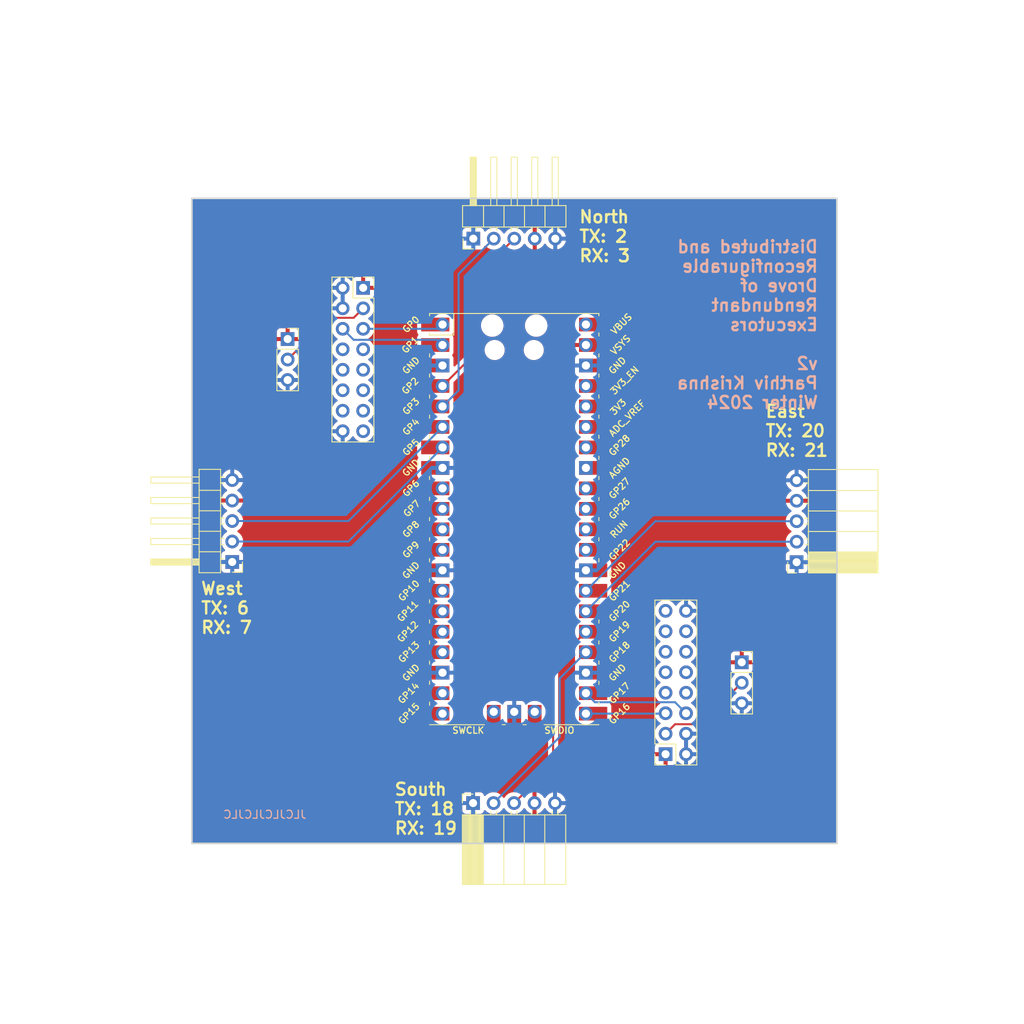
<source format=kicad_pcb>
(kicad_pcb (version 20221018) (generator pcbnew)
  (layers (0 "F.Cu" signal) (31 "B.Cu" signal) (34 "B.Paste" user) (35 "F.Paste" user) (36 "B.SilkS" user "B.Silkscreen") (37 "F.SilkS" user "F.Silkscreen") (38 "B.Mask" user) (39 "F.Mask" user) (44 "Edge.Cuts" user))
  (net 0 "")
  (net 1 "GND")
  (net 2 "/W_RX")
  (net 3 "/W_TX")
  (net 4 "+5V")
  (net 5 "/N_RX")
  (net 6 "/N_TX")
  (net 7 "/S_TX")
  (net 8 "/S_RX")
  (net 9 "/0_TX")
  (net 10 "/0_RX")
  (net 11 "/E_TX")
  (net 12 "/E_RX")
  (net 13 "/1_TX")
  (net 14 "/1_RX")
  (net 15 "/dataclk")
  (net 16 "/data0")
  (net 17 "/data1")
  (net 18 "/data2")
  (net 19 "/data3")
  (net 20 "/data4")
  (net 21 "/data5")
  (net 22 "Net-(J1-Pin_3)")
  (net 32 "Net-(J2-Pin_3)")
  (net 46 "Net-(U3-RUN)")
  (footprint "Connector_PinSocket_2.54mm:PinSocket_2x08_P2.54mm_Vertical" (layer "F.Cu") (at 153.1475 121.3375 180)
    (fp_text reference "J2" hide)
    (fp_text value "Node 1")
    (fp_line (start -3.87 -1.33) (end -3.87 19.11) (stroke (width 0.12)) (layer "F.SilkS"))
    (fp_line (start -3.87 -1.33) (end -1.27 -1.33) (stroke (width 0.12)) (layer "F.SilkS"))
    (fp_line (start -3.87 19.11) (end 1.33 19.11) (stroke (width 0.12)) (layer "F.SilkS"))
    (fp_line (start -1.27 -1.33) (end -1.27 1.27) (stroke (width 0.12)) (layer "F.SilkS"))
    (fp_line (start -1.27 1.27) (end 1.33 1.27) (stroke (width 0.12)) (layer "F.SilkS"))
    (fp_line (start 0 -1.33) (end 1.33 -1.33) (stroke (width 0.12)) (layer "F.SilkS"))
    (fp_line (start 1.33 -1.33) (end 1.33 0) (stroke (width 0.12)) (layer "F.SilkS"))
    (fp_line (start 1.33 1.27) (end 1.33 19.11) (stroke (width 0.12)) (layer "F.SilkS"))
    (pad "1" thru_hole rect (at 0 0 180) (size 1.7 1.7) (drill 1) (layers "*.Cu" "*.Mask") (net 4 "+5V"))
    (pad "2" thru_hole oval (at -2.54 0 180) (size 1.7 1.7) (drill 1) (layers "*.Cu" "*.Mask") (net 1 "GND"))
    (pad "3" thru_hole oval (at 0 2.54 180) (size 1.7 1.7) (drill 1) (layers "*.Cu" "*.Mask") (net 32 "Net-(J2-Pin_3)"))
    (pad "4" thru_hole oval (at -2.54 2.54 180) (size 1.7 1.7) (drill 1) (layers "*.Cu" "*.Mask") (net 1 "GND"))
    (pad "5" thru_hole oval (at 0 5.08 180) (size 1.7 1.7) (drill 1) (layers "*.Cu" "*.Mask") (net 13 "/1_TX"))
    (pad "6" thru_hole oval (at -2.54 5.08 180) (size 1.7 1.7) (drill 1) (layers "*.Cu" "*.Mask") (net 14 "/1_RX"))
    (pad "7" thru_hole oval (at 0 7.62 180) (size 1.7 1.7) (drill 1) (layers "*.Cu" "*.Mask"))
    (pad "8" thru_hole oval (at -2.54 7.62 180) (size 1.7 1.7) (drill 1) (layers "*.Cu" "*.Mask"))
    (pad "9" thru_hole oval (at 0 10.16 180) (size 1.7 1.7) (drill 1) (layers "*.Cu" "*.Mask"))
    (pad "10" thru_hole oval (at -2.54 10.16 180) (size 1.7 1.7) (drill 1) (layers "*.Cu" "*.Mask"))
    (pad "11" thru_hole oval (at 0 12.7 180) (size 1.7 1.7) (drill 1) (layers "*.Cu" "*.Mask"))
    (pad "12" thru_hole oval (at -2.54 12.7 180) (size 1.7 1.7) (drill 1) (layers "*.Cu" "*.Mask"))
    (pad "13" thru_hole oval (at 0 15.24 180) (size 1.7 1.7) (drill 1) (layers "*.Cu" "*.Mask"))
    (pad "14" thru_hole oval (at -2.54 15.24 180) (size 1.7 1.7) (drill 1) (layers "*.Cu" "*.Mask"))
    (pad "15" thru_hole oval (at 0 17.78 180) (size 1.7 1.7) (drill 1) (layers "*.Cu" "*.Mask"))
    (pad "16" thru_hole oval (at -2.54 17.78 180) (size 1.7 1.7) (drill 1) (layers "*.Cu" "*.Mask") (net 1 "GND"))
  )
  (footprint "Connector_PinHeader_2.54mm:PinHeader_1x05_P2.54mm_Horizontal" (layer "F.Cu") (at 99.4 97.5 180)
    (fp_text reference "J6" hide)
    (fp_text value "West" hide)
    (fp_line (start -1.27 -1.27) (end 0 -1.27) (stroke (width 0.12)) (layer "F.SilkS"))
    (fp_line (start -1.27 0) (end -1.27 -1.27) (stroke (width 0.12)) (layer "F.SilkS"))
    (fp_line (start 1.042929 2.16) (end 1.44 2.16) (stroke (width 0.12)) (layer "F.SilkS"))
    (fp_line (start 1.042929 2.92) (end 1.44 2.92) (stroke (width 0.12)) (layer "F.SilkS"))
    (fp_line (start 1.042929 4.7) (end 1.44 4.7) (stroke (width 0.12)) (layer "F.SilkS"))
    (fp_line (start 1.042929 5.46) (end 1.44 5.46) (stroke (width 0.12)) (layer "F.SilkS"))
    (fp_line (start 1.042929 7.24) (end 1.44 7.24) (stroke (width 0.12)) (layer "F.SilkS"))
    (fp_line (start 1.042929 8) (end 1.44 8) (stroke (width 0.12)) (layer "F.SilkS"))
    (fp_line (start 1.042929 9.78) (end 1.44 9.78) (stroke (width 0.12)) (layer "F.SilkS"))
    (fp_line (start 1.042929 10.54) (end 1.44 10.54) (stroke (width 0.12)) (layer "F.SilkS"))
    (fp_line (start 1.11 -0.38) (end 1.44 -0.38) (stroke (width 0.12)) (layer "F.SilkS"))
    (fp_line (start 1.11 0.38) (end 1.44 0.38) (stroke (width 0.12)) (layer "F.SilkS"))
    (fp_line (start 1.44 -1.33) (end 1.44 11.49) (stroke (width 0.12)) (layer "F.SilkS"))
    (fp_line (start 1.44 1.27) (end 4.1 1.27) (stroke (width 0.12)) (layer "F.SilkS"))
    (fp_line (start 1.44 3.81) (end 4.1 3.81) (stroke (width 0.12)) (layer "F.SilkS"))
    (fp_line (start 1.44 6.35) (end 4.1 6.35) (stroke (width 0.12)) (layer "F.SilkS"))
    (fp_line (start 1.44 8.89) (end 4.1 8.89) (stroke (width 0.12)) (layer "F.SilkS"))
    (fp_line (start 1.44 11.49) (end 4.1 11.49) (stroke (width 0.12)) (layer "F.SilkS"))
    (fp_line (start 4.1 -1.33) (end 1.44 -1.33) (stroke (width 0.12)) (layer "F.SilkS"))
    (fp_line (start 4.1 -0.38) (end 10.1 -0.38) (stroke (width 0.12)) (layer "F.SilkS"))
    (fp_line (start 4.1 -0.32) (end 10.1 -0.32) (stroke (width 0.12)) (layer "F.SilkS"))
    (fp_line (start 4.1 -0.2) (end 10.1 -0.2) (stroke (width 0.12)) (layer "F.SilkS"))
    (fp_line (start 4.1 -0.08) (end 10.1 -0.08) (stroke (width 0.12)) (layer "F.SilkS"))
    (fp_line (start 4.1 0.04) (end 10.1 0.04) (stroke (width 0.12)) (layer "F.SilkS"))
    (fp_line (start 4.1 0.16) (end 10.1 0.16) (stroke (width 0.12)) (layer "F.SilkS"))
    (fp_line (start 4.1 0.28) (end 10.1 0.28) (stroke (width 0.12)) (layer "F.SilkS"))
    (fp_line (start 4.1 2.16) (end 10.1 2.16) (stroke (width 0.12)) (layer "F.SilkS"))
    (fp_line (start 4.1 4.7) (end 10.1 4.7) (stroke (width 0.12)) (layer "F.SilkS"))
    (fp_line (start 4.1 7.24) (end 10.1 7.24) (stroke (width 0.12)) (layer "F.SilkS"))
    (fp_line (start 4.1 9.78) (end 10.1 9.78) (stroke (width 0.12)) (layer "F.SilkS"))
    (fp_line (start 4.1 11.49) (end 4.1 -1.33) (stroke (width 0.12)) (layer "F.SilkS"))
    (fp_line (start 10.1 -0.38) (end 10.1 0.38) (stroke (width 0.12)) (layer "F.SilkS"))
    (fp_line (start 10.1 0.38) (end 4.1 0.38) (stroke (width 0.12)) (layer "F.SilkS"))
    (fp_line (start 10.1 2.16) (end 10.1 2.92) (stroke (width 0.12)) (layer "F.SilkS"))
    (fp_line (start 10.1 2.92) (end 4.1 2.92) (stroke (width 0.12)) (layer "F.SilkS"))
    (fp_line (start 10.1 4.7) (end 10.1 5.46) (stroke (width 0.12)) (layer "F.SilkS"))
    (fp_line (start 10.1 5.46) (end 4.1 5.46) (stroke (width 0.12)) (layer "F.SilkS"))
    (fp_line (start 10.1 7.24) (end 10.1 8) (stroke (width 0.12)) (layer "F.SilkS"))
    (fp_line (start 10.1 8) (end 4.1 8) (stroke (width 0.12)) (layer "F.SilkS"))
    (fp_line (start 10.1 9.78) (end 10.1 10.54) (stroke (width 0.12)) (layer "F.SilkS"))
    (fp_line (start 10.1 10.54) (end 4.1 10.54) (stroke (width 0.12)) (layer "F.SilkS"))
    (pad "1" thru_hole rect (at 0 0 180) (size 1.7 1.7) (drill 1) (layers "*.Cu" "*.Mask") (net 1 "GND"))
    (pad "2" thru_hole oval (at 0 2.54 180) (size 1.7 1.7) (drill 1) (layers "*.Cu" "*.Mask") (net 2 "/W_RX"))
    (pad "3" thru_hole oval (at 0 5.08 180) (size 1.7 1.7) (drill 1) (layers "*.Cu" "*.Mask") (net 3 "/W_TX"))
    (pad "4" thru_hole oval (at 0 7.62 180) (size 1.7 1.7) (drill 1) (layers "*.Cu" "*.Mask") (net 4 "+5V"))
    (pad "5" thru_hole oval (at 0 10.16 180) (size 1.7 1.7) (drill 1) (layers "*.Cu" "*.Mask") (net 1 "GND"))
  )
  (footprint "RPi-Pico:RPi_Pico_SMD_TH" (layer "F.Cu") (at 134.375 92.18)
    (fp_text reference "U3" hide)
    (fp_text value "Pico")
    (fp_text user "GP10" (at -13.054 8.89 45) (layer "F.SilkS") (effects (font (size 0.8 0.8))))
    (fp_text user "GP8" (at -12.8 1.27 45) (layer "F.SilkS") (effects (font (size 0.8 0.8))))
    (fp_text user "GND" (at 12.8 6.35 45) (layer "F.SilkS") (effects (font (size 0.8 0.8))))
    (fp_text user "3V3" (at 12.9 -13.9 45) (layer "F.SilkS") (effects (font (size 0.8 0.8))))
    (fp_text user "GND" (at 12.8 -19.05 45) (layer "F.SilkS") (effects (font (size 0.8 0.8))))
    (fp_text user "GP19" (at 13.054 13.97 45) (layer "F.SilkS") (effects (font (size 0.8 0.8))))
    (fp_text user "GP9" (at -12.8 3.81 45) (layer "F.SilkS") (effects (font (size 0.8 0.8))))
    (fp_text user "GP1" (at -12.9 -21.6 45) (layer "F.SilkS") (effects (font (size 0.8 0.8))))
    (fp_text user "GP16" (at 13.054 24.13 45) (layer "F.SilkS") (effects (font (size 0.8 0.8))))
    (fp_text user "GP26" (at 13.054 -1.27 45) (layer "F.SilkS") (effects (font (size 0.8 0.8))))
    (fp_text user "GP4" (at -12.8 -11.43 45) (layer "F.SilkS") (effects (font (size 0.8 0.8))))
    (fp_text user "AGND" (at 13.054 -6.35 45) (layer "F.SilkS") (effects (font (size 0.8 0.8))))
    (fp_text user "GP0" (at -12.8 -24.13 45) (layer "F.SilkS") (effects (font (size 0.8 0.8))))
    (fp_text user "GP14" (at -13.1 21.59 45) (layer "F.SilkS") (effects (font (size 0.8 0.8))))
    (fp_text user "GP11" (at -13.2 11.43 45) (layer "F.SilkS") (effects (font (size 0.8 0.8))))
    (fp_text user "GND" (at -12.8 6.35 45) (layer "F.SilkS") (effects (font (size 0.8 0.8))))
    (fp_text user "RUN" (at 13 1.27 45) (layer "F.SilkS") (effects (font (size 0.8 0.8))))
    (fp_text user "SWDIO" (at 5.6 26.2) (layer "F.SilkS") (effects (font (size 0.8 0.8))))
    (fp_text user "GP15" (at -13.054 24.13 45) (layer "F.SilkS") (effects (font (size 0.8 0.8))))
    (fp_text user "SWCLK" (at -5.7 26.2) (layer "F.SilkS") (effects (font (size 0.8 0.8))))
    (fp_text user "GP22" (at 13.054 3.81 45) (layer "F.SilkS") (effects (font (size 0.8 0.8))))
    (fp_text user "GP18" (at 13.054 16.51 45) (layer "F.SilkS") (effects (font (size 0.8 0.8))))
    (fp_text user "GP17" (at 13.054 21.59 45) (layer "F.SilkS") (effects (font (size 0.8 0.8))))
    (fp_text user "GP3" (at -12.8 -13.97 45) (layer "F.SilkS") (effects (font (size 0.8 0.8))))
    (fp_text user "GP27" (at 13.054 -3.8 45) (layer "F.SilkS") (effects (font (size 0.8 0.8))))
    (fp_text user "ADC_VREF" (at 14 -12.5 45) (layer "F.SilkS") (effects (font (size 0.8 0.8))))
    (fp_text user "GP21" (at 13.054 8.9 45) (layer "F.SilkS") (effects (font (size 0.8 0.8))))
    (fp_text user "GP13" (at -13.054 16.51 45) (layer "F.SilkS") (effects (font (size 0.8 0.8))))
    (fp_text user "VSYS" (at 13.2 -21.59 45) (layer "F.SilkS") (effects (font (size 0.8 0.8))))
    (fp_text user "GND" (at 12.8 19.05 45) (layer "F.SilkS") (effects (font (size 0.8 0.8))))
    (fp_text user "GP7" (at -12.7 -1.3 45) (layer "F.SilkS") (effects (font (size 0.8 0.8))))
    (fp_text user "GP5" (at -12.8 -8.89 45) (layer "F.SilkS") (effects (font (size 0.8 0.8))))
    (fp_text user "GND" (at -12.8 19.05 45) (layer "F.SilkS") (effects (font (size 0.8 0.8))))
    (fp_text user "GP12" (at -13.2 13.97 45) (layer "F.SilkS") (effects (font (size 0.8 0.8))))
    (fp_text user "GP20" (at 13.054 11.43 45) (layer "F.SilkS") (effects (font (size 0.8 0.8))))
    (fp_text user "GND" (at -12.8 -19.05 45) (layer "F.SilkS") (effects (font (size 0.8 0.8))))
    (fp_text user "GP6" (at -12.8 -3.81 45) (layer "F.SilkS") (effects (font (size 0.8 0.8))))
    (fp_text user "GND" (at -12.8 -6.35 45) (layer "F.SilkS") (effects (font (size 0.8 0.8))))
    (fp_text user "GP28" (at 13.054 -9.144 45) (layer "F.SilkS") (effects (font (size 0.8 0.8))))
    (fp_text user "3V3_EN" (at 13.7 -17.2 45) (layer "F.SilkS") (effects (font (size 0.8 0.8))))
    (fp_text user "VBUS" (at 13.3 -24.2 45) (layer "F.SilkS") (effects (font (size 0.8 0.8))))
    (fp_text user "GP2" (at -12.9 -16.51 45) (layer "F.SilkS") (effects (font (size 0.8 0.8))))
    (fp_line (start -10.5 -25.5) (end -10.5 -25.2) (stroke (width 0.12)) (layer "F.SilkS"))
    (fp_line (start -10.5 -25.5) (end 10.5 -25.5) (stroke (width 0.12)) (layer "F.SilkS"))
    (fp_line (start -10.5 -23.1) (end -10.5 -22.7) (stroke (width 0.12)) (layer "F.SilkS"))
    (fp_line (start -10.5 -22.833) (end -7.493 -22.833) (stroke (width 0.12)) (layer "F.SilkS"))
    (fp_line (start -10.5 -20.5) (end -10.5 -20.1) (stroke (width 0.12)) (layer "F.SilkS"))
    (fp_line (start -10.5 -18) (end -10.5 -17.6) (stroke (width 0.12)) (layer "F.SilkS"))
    (fp_line (start -10.5 -15.4) (end -10.5 -15) (stroke (width 0.12)) (layer "F.SilkS"))
    (fp_line (start -10.5 -12.9) (end -10.5 -12.5) (stroke (width 0.12)) (layer "F.SilkS"))
    (fp_line (start -10.5 -10.4) (end -10.5 -10) (stroke (width 0.12)) (layer "F.SilkS"))
    (fp_line (start -10.5 -7.8) (end -10.5 -7.4) (stroke (width 0.12)) (layer "F.SilkS"))
    (fp_line (start -10.5 -5.3) (end -10.5 -4.9) (stroke (width 0.12)) (layer "F.SilkS"))
    (fp_line (start -10.5 -2.7) (end -10.5 -2.3) (stroke (width 0.12)) (layer "F.SilkS"))
    (fp_line (start -10.5 -0.2) (end -10.5 0.2) (stroke (width 0.12)) (layer "F.SilkS"))
    (fp_line (start -10.5 2.3) (end -10.5 2.7) (stroke (width 0.12)) (layer "F.SilkS"))
    (fp_line (start -10.5 4.9) (end -10.5 5.3) (stroke (width 0.12)) (layer "F.SilkS"))
    (fp_line (start -10.5 7.4) (end -10.5 7.8) (stroke (width 0.12)) (layer "F.SilkS"))
    (fp_line (start -10.5 10) (end -10.5 10.4) (stroke (width 0.12)) (layer "F.SilkS"))
    (fp_line (start -10.5 12.5) (end -10.5 12.9) (stroke (width 0.12)) (layer "F.SilkS"))
    (fp_line (start -10.5 15.1) (end -10.5 15.5) (stroke (width 0.12)) (layer "F.SilkS"))
    (fp_line (start -10.5 17.6) (end -10.5 18) (stroke (width 0.12)) (layer "F.SilkS"))
    (fp_line (start -10.5 20.1) (end -10.5 20.5) (stroke (width 0.12)) (layer "F.SilkS"))
    (fp_line (start -10.5 22.7) (end -10.5 23.1) (stroke (width 0.12)) (layer "F.SilkS"))
    (fp_line (start -7.493 -22.833) (end -7.493 -25.5) (stroke (width 0.12)) (layer "F.SilkS"))
    (fp_line (start -3.7 25.5) (end -10.5 25.5) (stroke (width 0.12)) (layer "F.SilkS"))
    (fp_line (start -1.5 25.5) (end -1.1 25.5) (stroke (width 0.12)) (layer "F.SilkS"))
    (fp_line (start 1.1 25.5) (end 1.5 25.5) (stroke (width 0.12)) (layer "F.SilkS"))
    (fp_line (start 10.5 -25.5) (end 10.5 -25.2) (stroke (width 0.12)) (layer "F.SilkS"))
    (fp_line (start 10.5 -23.1) (end 10.5 -22.7) (stroke (width 0.12)) (layer "F.SilkS"))
    (fp_line (start 10.5 -20.5) (end 10.5 -20.1) (stroke (width 0.12)) (layer "F.SilkS"))
    (fp_line (start 10.5 -18) (end 10.5 -17.6) (stroke (width 0.12)) (layer "F.SilkS"))
    (fp_line (start 10.5 -15.4) (end 10.5 -15) (stroke (width 0.12)) (layer "F.SilkS"))
    (fp_line (start 10.5 -12.9) (end 10.5 -12.5) (stroke (width 0.12)) (layer "F.SilkS"))
    (fp_line (start 10.5 -10.4) (end 10.5 -10) (stroke (width 0.12)) (layer "F.SilkS"))
    (fp_line (start 10.5 -7.8) (end 10.5 -7.4) (stroke (width 0.12)) (layer "F.SilkS"))
    (fp_line (start 10.5 -5.3) (end 10.5 -4.9) (stroke (width 0.12)) (layer "F.SilkS"))
    (fp_line (start 10.5 -2.7) (end 10.5 -2.3) (stroke (width 0.12)) (layer "F.SilkS"))
    (fp_line (start 10.5 -0.2) (end 10.5 0.2) (stroke (width 0.12)) (layer "F.SilkS"))
    (fp_line (start 10.5 2.3) (end 10.5 2.7) (stroke (width 0.12)) (layer "F.SilkS"))
    (fp_line (start 10.5 4.9) (end 10.5 5.3) (stroke (width 0.12)) (layer "F.SilkS"))
    (fp_line (start 10.5 7.4) (end 10.5 7.8) (stroke (width 0.12)) (layer "F.SilkS"))
    (fp_line (start 10.5 10) (end 10.5 10.4) (stroke (width 0.12)) (layer "F.SilkS"))
    (fp_line (start 10.5 12.5) (end 10.5 12.9) (stroke (width 0.12)) (layer "F.SilkS"))
    (fp_line (start 10.5 15.1) (end 10.5 15.5) (stroke (width 0.12)) (layer "F.SilkS"))
    (fp_line (start 10.5 17.6) (end 10.5 18) (stroke (width 0.12)) (layer "F.SilkS"))
    (fp_line (start 10.5 20.1) (end 10.5 20.5) (stroke (width 0.12)) (layer "F.SilkS"))
    (fp_line (start 10.5 22.7) (end 10.5 23.1) (stroke (width 0.12)) (layer "F.SilkS"))
    (fp_line (start 10.5 25.5) (end 3.7 25.5) (stroke (width 0.12)) (layer "F.SilkS"))
    (pad "" np_thru_hole oval (at -2.725 -24) (size 1.8 1.8) (drill 1.8) (layers "*.Cu" "*.Mask"))
    (pad "" np_thru_hole oval (at -2.425 -20.97) (size 1.5 1.5) (drill 1.5) (layers "*.Cu" "*.Mask"))
    (pad "" np_thru_hole oval (at 2.425 -20.97) (size 1.5 1.5) (drill 1.5) (layers "*.Cu" "*.Mask"))
    (pad "" np_thru_hole oval (at 2.725 -24) (size 1.8 1.8) (drill 1.8) (layers "*.Cu" "*.Mask"))
    (pad "1" thru_hole oval (at -8.89 -24.13) (size 1.7 1.7) (drill 1.02) (layers "*.Cu" "*.Mask") (net 9 "/0_TX"))
    (pad "1" smd rect (at -8.89 -24.13) (size 3.5 1.7) (drill (offset -0.9 0)) (layers "F.Cu" "F.Mask") (net 9 "/0_TX"))
    (pad "2" thru_hole oval (at -8.89 -21.59) (size 1.7 1.7) (drill 1.02) (layers "*.Cu" "*.Mask") (net 10 "/0_RX"))
    (pad "2" smd rect (at -8.89 -21.59) (size 3.5 1.7) (drill (offset -0.9 0)) (layers "F.Cu" "F.Mask") (net 10 "/0_RX"))
    (pad "3" thru_hole rect (at -8.89 -19.05) (size 1.7 1.7) (drill 1.02) (layers "*.Cu" "*.Mask") (net 1 "GND"))
    (pad "3" smd rect (at -8.89 -19.05) (size 3.5 1.7) (drill (offset -0.9 0)) (layers "F.Cu" "F.Mask") (net 1 "GND"))
    (pad "4" thru_hole oval (at -8.89 -16.51) (size 1.7 1.7) (drill 1.02) (layers "*.Cu" "*.Mask") (net 6 "/N_TX"))
    (pad "4" smd rect (at -8.89 -16.51) (size 3.5 1.7) (drill (offset -0.9 0)) (layers "F.Cu" "F.Mask") (net 6 "/N_TX"))
    (pad "5" thru_hole oval (at -8.89 -13.97) (size 1.7 1.7) (drill 1.02) (layers "*.Cu" "*.Mask") (net 5 "/N_RX"))
    (pad "5" smd rect (at -8.89 -13.97) (size 3.5 1.7) (drill (offset -0.9 0)) (layers "F.Cu" "F.Mask") (net 5 "/N_RX"))
    (pad "6" thru_hole oval (at -8.89 -11.43) (size 1.7 1.7) (drill 1.02) (layers "*.Cu" "*.Mask") (net 3 "/W_TX"))
    (pad "6" smd rect (at -8.89 -11.43) (size 3.5 1.7) (drill (offset -0.9 0)) (layers "F.Cu" "F.Mask") (net 3 "/W_TX"))
    (pad "7" thru_hole oval (at -8.89 -8.89) (size 1.7 1.7) (drill 1.02) (layers "*.Cu" "*.Mask") (net 2 "/W_RX"))
    (pad "7" smd rect (at -8.89 -8.89) (size 3.5 1.7) (drill (offset -0.9 0)) (layers "F.Cu" "F.Mask") (net 2 "/W_RX"))
    (pad "8" thru_hole rect (at -8.89 -6.35) (size 1.7 1.7) (drill 1.02) (layers "*.Cu" "*.Mask") (net 1 "GND"))
    (pad "8" smd rect (at -8.89 -6.35) (size 3.5 1.7) (drill (offset -0.9 0)) (layers "F.Cu" "F.Mask") (net 1 "GND"))
    (pad "9" thru_hole oval (at -8.89 -3.81) (size 1.7 1.7) (drill 1.02) (layers "*.Cu" "*.Mask") (net 15 "/dataclk"))
    (pad "9" smd rect (at -8.89 -3.81) (size 3.5 1.7) (drill (offset -0.9 0)) (layers "F.Cu" "F.Mask") (net 15 "/dataclk"))
    (pad "10" thru_hole oval (at -8.89 -1.27) (size 1.7 1.7) (drill 1.02) (layers "*.Cu" "*.Mask"))
    (pad "10" smd rect (at -8.89 -1.27) (size 3.5 1.7) (drill (offset -0.9 0)) (layers "F.Cu" "F.Mask"))
    (pad "11" thru_hole oval (at -8.89 1.27) (size 1.7 1.7) (drill 1.02) (layers "*.Cu" "*.Mask"))
    (pad "11" smd rect (at -8.89 1.27) (size 3.5 1.7) (drill (offset -0.9 0)) (layers "F.Cu" "F.Mask"))
    (pad "12" thru_hole oval (at -8.89 3.81) (size 1.7 1.7) (drill 1.02) (layers "*.Cu" "*.Mask"))
    (pad "12" smd rect (at -8.89 3.81) (size 3.5 1.7) (drill (offset -0.9 0)) (layers "F.Cu" "F.Mask"))
    (pad "13" thru_hole rect (at -8.89 6.35) (size 1.7 1.7) (drill 1.02) (layers "*.Cu" "*.Mask") (net 1 "GND"))
    (pad "13" smd rect (at -8.89 6.35) (size 3.5 1.7) (drill (offset -0.9 0)) (layers "F.Cu" "F.Mask") (net 1 "GND"))
    (pad "14" thru_hole oval (at -8.89 8.89) (size 1.7 1.7) (drill 1.02) (layers "*.Cu" "*.Mask") (net 16 "/data0"))
    (pad "14" smd rect (at -8.89 8.89) (size 3.5 1.7) (drill (offset -0.9 0)) (layers "F.Cu" "F.Mask") (net 16 "/data0"))
    (pad "15" thru_hole oval (at -8.89 11.43) (size 1.7 1.7) (drill 1.02) (layers "*.Cu" "*.Mask") (net 17 "/data1"))
    (pad "15" smd rect (at -8.89 11.43) (size 3.5 1.7) (drill (offset -0.9 0)) (layers "F.Cu" "F.Mask") (net 17 "/data1"))
    (pad "16" thru_hole oval (at -8.89 13.97) (size 1.7 1.7) (drill 1.02) (layers "*.Cu" "*.Mask") (net 18 "/data2"))
    (pad "16" smd rect (at -8.89 13.97) (size 3.5 1.7) (drill (offset -0.9 0)) (layers "F.Cu" "F.Mask") (net 18 "/data2"))
    (pad "17" thru_hole oval (at -8.89 16.51) (size 1.7 1.7) (drill 1.02) (layers "*.Cu" "*.Mask") (net 19 "/data3"))
    (pad "17" smd rect (at -8.89 16.51) (size 3.5 1.7) (drill (offset -0.9 0)) (layers "F.Cu" "F.Mask") (net 19 "/data3"))
    (pad "18" thru_hole rect (at -8.89 19.05) (size 1.7 1.7) (drill 1.02) (layers "*.Cu" "*.Mask") (net 1 "GND"))
    (pad "18" smd rect (at -8.89 19.05) (size 3.5 1.7) (drill (offset -0.9 0)) (layers "F.Cu" "F.Mask") (net 1 "GND"))
    (pad "19" thru_hole oval (at -8.89 21.59) (size 1.7 1.7) (drill 1.02) (layers "*.Cu" "*.Mask") (net 20 "/data4"))
    (pad "19" smd rect (at -8.89 21.59) (size 3.5 1.7) (drill (offset -0.9 0)) (layers "F.Cu" "F.Mask") (net 20 "/data4"))
    (pad "20" thru_hole oval (at -8.89 24.13) (size 1.7 1.7) (drill 1.02) (layers "*.Cu" "*.Mask") (net 21 "/data5"))
    (pad "20" smd rect (at -8.89 24.13) (size 3.5 1.7) (drill (offset -0.9 0)) (layers "F.Cu" "F.Mask") (net 21 "/data5"))
    (pad "21" thru_hole oval (at 8.89 24.13) (size 1.7 1.7) (drill 1.02) (layers "*.Cu" "*.Mask") (net 13 "/1_TX"))
    (pad "21" smd rect (at 8.89 24.13) (size 3.5 1.7) (drill (offset 0.9 0)) (layers "F.Cu" "F.Mask") (net 13 "/1_TX"))
    (pad "22" thru_hole oval (at 8.89 21.59) (size 1.7 1.7) (drill 1.02) (layers "*.Cu" "*.Mask") (net 14 "/1_RX"))
    (pad "22" smd rect (at 8.89 21.59) (size 3.5 1.7) (drill (offset 0.9 0)) (layers "F.Cu" "F.Mask") (net 14 "/1_RX"))
    (pad "23" thru_hole rect (at 8.89 19.05) (size 1.7 1.7) (drill 1.02) (layers "*.Cu" "*.Mask") (net 1 "GND"))
    (pad "23" smd rect (at 8.89 19.05) (size 3.5 1.7) (drill (offset 0.9 0)) (layers "F.Cu" "F.Mask") (net 1 "GND"))
    (pad "24" thru_hole oval (at 8.89 16.51) (size 1.7 1.7) (drill 1.02) (layers "*.Cu" "*.Mask") (net 7 "/S_TX"))
    (pad "24" smd rect (at 8.89 16.51) (size 3.5 1.7) (drill (offset 0.9 0)) (layers "F.Cu" "F.Mask") (net 7 "/S_TX"))
    (pad "25" thru_hole oval (at 8.89 13.97) (size 1.7 1.7) (drill 1.02) (layers "*.Cu" "*.Mask") (net 8 "/S_RX"))
    (pad "25" smd rect (at 8.89 13.97) (size 3.5 1.7) (drill (offset 0.9 0)) (layers "F.Cu" "F.Mask") (net 8 "/S_RX"))
    (pad "26" thru_hole oval (at 8.89 11.43) (size 1.7 1.7) (drill 1.02) (layers "*.Cu" "*.Mask") (net 11 "/E_TX"))
    (pad "26" smd rect (at 8.89 11.43) (size 3.5 1.7) (drill (offset 0.9 0)) (layers "F.Cu" "F.Mask") (net 11 "/E_TX"))
    (pad "27" thru_hole oval (at 8.89 8.89) (size 1.7 1.7) (drill 1.02) (layers "*.Cu" "*.Mask") (net 12 "/E_RX"))
    (pad "27" smd rect (at 8.89 8.89) (size 3.5 1.7) (drill (offset 0.9 0)) (layers "F.Cu" "F.Mask") (net 12 "/E_RX"))
    (pad "28" thru_hole rect (at 8.89 6.35) (size 1.7 1.7) (drill 1.02) (layers "*.Cu" "*.Mask") (net 1 "GND"))
    (pad "28" smd rect (at 8.89 6.35) (size 3.5 1.7) (drill (offset 0.9 0)) (layers "F.Cu" "F.Mask") (net 1 "GND"))
    (pad "29" thru_hole oval (at 8.89 3.81) (size 1.7 1.7) (drill 1.02) (layers "*.Cu" "*.Mask"))
    (pad "29" smd rect (at 8.89 3.81) (size 3.5 1.7) (drill (offset 0.9 0)) (layers "F.Cu" "F.Mask"))
    (pad "30" thru_hole oval (at 8.89 1.27) (size 1.7 1.7) (drill 1.02) (layers "*.Cu" "*.Mask") (net 46 "Net-(U3-RUN)"))
    (pad "30" smd rect (at 8.89 1.27) (size 3.5 1.7) (drill (offset 0.9 0)) (layers "F.Cu" "F.Mask") (net 46 "Net-(U3-RUN)"))
    (pad "31" thru_hole oval (at 8.89 -1.27) (size 1.7 1.7) (drill 1.02) (layers "*.Cu" "*.Mask"))
    (pad "31" smd rect (at 8.89 -1.27) (size 3.5 1.7) (drill (offset 0.9 0)) (layers "F.Cu" "F.Mask"))
    (pad "32" thru_hole oval (at 8.89 -3.81) (size 1.7 1.7) (drill 1.02) (layers "*.Cu" "*.Mask"))
    (pad "32" smd rect (at 8.89 -3.81) (size 3.5 1.7) (drill (offset 0.9 0)) (layers "F.Cu" "F.Mask"))
    (pad "33" thru_hole rect (at 8.89 -6.35) (size 1.7 1.7) (drill 1.02) (layers "*.Cu" "*.Mask"))
    (pad "33" smd rect (at 8.89 -6.35) (size 3.5 1.7) (drill (offset 0.9 0)) (layers "F.Cu" "F.Mask"))
    (pad "34" thru_hole oval (at 8.89 -8.89) (size 1.7 1.7) (drill 1.02) (layers "*.Cu" "*.Mask"))
    (pad "34" smd rect (at 8.89 -8.89) (size 3.5 1.7) (drill (offset 0.9 0)) (layers "F.Cu" "F.Mask"))
    (pad "35" thru_hole oval (at 8.89 -11.43) (size 1.7 1.7) (drill 1.02) (layers "*.Cu" "*.Mask"))
    (pad "35" smd rect (at 8.89 -11.43) (size 3.5 1.7) (drill (offset 0.9 0)) (layers "F.Cu" "F.Mask"))
    (pad "36" thru_hole oval (at 8.89 -13.97) (size 1.7 1.7) (drill 1.02) (layers "*.Cu" "*.Mask"))
    (pad "36" smd rect (at 8.89 -13.97) (size 3.5 1.7) (drill (offset 0.9 0)) (layers "F.Cu" "F.Mask"))
    (pad "37" thru_hole oval (at 8.89 -16.51) (size 1.7 1.7) (drill 1.02) (layers "*.Cu" "*.Mask"))
    (pad "37" smd rect (at 8.89 -16.51) (size 3.5 1.7) (drill (offset 0.9 0)) (layers "F.Cu" "F.Mask"))
    (pad "38" thru_hole rect (at 8.89 -19.05) (size 1.7 1.7) (drill 1.02) (layers "*.Cu" "*.Mask") (net 1 "GND"))
    (pad "38" smd rect (at 8.89 -19.05) (size 3.5 1.7) (drill (offset 0.9 0)) (layers "F.Cu" "F.Mask") (net 1 "GND"))
    (pad "39" thru_hole oval (at 8.89 -21.59) (size 1.7 1.7) (drill 1.02) (layers "*.Cu" "*.Mask") (net 4 "+5V"))
    (pad "39" smd rect (at 8.89 -21.59) (size 3.5 1.7) (drill (offset 0.9 0)) (layers "F.Cu" "F.Mask") (net 4 "+5V"))
    (pad "40" thru_hole oval (at 8.89 -24.13) (size 1.7 1.7) (drill 1.02) (layers "*.Cu" "*.Mask"))
    (pad "40" smd rect (at 8.89 -24.13) (size 3.5 1.7) (drill (offset 0.9 0)) (layers "F.Cu" "F.Mask"))
    (pad "41" thru_hole oval (at -2.54 23.9) (size 1.7 1.7) (drill 1.02) (layers "*.Cu" "*.Mask"))
    (pad "41" smd rect (at -2.54 23.9 90) (size 3.5 1.7) (drill (offset -0.9 0)) (layers "F.Cu" "F.Mask"))
    (pad "42" thru_hole rect (at 0 23.9) (size 1.7 1.7) (drill 1.02) (layers "*.Cu" "*.Mask") (net 1 "GND"))
    (pad "42" smd rect (at 0 23.9 90) (size 3.5 1.7) (drill (offset -0.9 0)) (layers "F.Cu" "F.Mask") (net 1 "GND"))
    (pad "43" thru_hole oval (at 2.54 23.9) (size 1.7 1.7) (drill 1.02) (layers "*.Cu" "*.Mask"))
    (pad "43" smd rect (at 2.54 23.9 90) (size 3.5 1.7) (drill (offset -0.9 0)) (layers "F.Cu" "F.Mask"))
  )
  (footprint "Connector_PinSocket_2.54mm:PinSocket_2x08_P2.54mm_Vertical" (layer "F.Cu") (at 115.64 63.5)
    (fp_text reference "J1" hide)
    (fp_text value "Node 0")
    (fp_line (start -3.87 -1.33) (end -3.87 19.11) (stroke (width 0.12)) (layer "F.SilkS"))
    (fp_line (start -3.87 -1.33) (end -1.27 -1.33) (stroke (width 0.12)) (layer "F.SilkS"))
    (fp_line (start -3.87 19.11) (end 1.33 19.11) (stroke (width 0.12)) (layer "F.SilkS"))
    (fp_line (start -1.27 -1.33) (end -1.27 1.27) (stroke (width 0.12)) (layer "F.SilkS"))
    (fp_line (start -1.27 1.27) (end 1.33 1.27) (stroke (width 0.12)) (layer "F.SilkS"))
    (fp_line (start 0 -1.33) (end 1.33 -1.33) (stroke (width 0.12)) (layer "F.SilkS"))
    (fp_line (start 1.33 -1.33) (end 1.33 0) (stroke (width 0.12)) (layer "F.SilkS"))
    (fp_line (start 1.33 1.27) (end 1.33 19.11) (stroke (width 0.12)) (layer "F.SilkS"))
    (pad "1" thru_hole rect (at 0 0) (size 1.7 1.7) (drill 1) (layers "*.Cu" "*.Mask") (net 4 "+5V"))
    (pad "2" thru_hole oval (at -2.54 0) (size 1.7 1.7) (drill 1) (layers "*.Cu" "*.Mask") (net 1 "GND"))
    (pad "3" thru_hole oval (at 0 2.54) (size 1.7 1.7) (drill 1) (layers "*.Cu" "*.Mask") (net 22 "Net-(J1-Pin_3)"))
    (pad "4" thru_hole oval (at -2.54 2.54) (size 1.7 1.7) (drill 1) (layers "*.Cu" "*.Mask") (net 1 "GND"))
    (pad "5" thru_hole oval (at 0 5.08) (size 1.7 1.7) (drill 1) (layers "*.Cu" "*.Mask") (net 9 "/0_TX"))
    (pad "6" thru_hole oval (at -2.54 5.08) (size 1.7 1.7) (drill 1) (layers "*.Cu" "*.Mask") (net 10 "/0_RX"))
    (pad "7" thru_hole oval (at 0 7.62) (size 1.7 1.7) (drill 1) (layers "*.Cu" "*.Mask"))
    (pad "8" thru_hole oval (at -2.54 7.62) (size 1.7 1.7) (drill 1) (layers "*.Cu" "*.Mask"))
    (pad "9" thru_hole oval (at 0 10.16) (size 1.7 1.7) (drill 1) (layers "*.Cu" "*.Mask"))
    (pad "10" thru_hole oval (at -2.54 10.16) (size 1.7 1.7) (drill 1) (layers "*.Cu" "*.Mask"))
    (pad "11" thru_hole oval (at 0 12.7) (size 1.7 1.7) (drill 1) (layers "*.Cu" "*.Mask"))
    (pad "12" thru_hole oval (at -2.54 12.7) (size 1.7 1.7) (drill 1) (layers "*.Cu" "*.Mask"))
    (pad "13" thru_hole oval (at 0 15.24) (size 1.7 1.7) (drill 1) (layers "*.Cu" "*.Mask"))
    (pad "14" thru_hole oval (at -2.54 15.24) (size 1.7 1.7) (drill 1) (layers "*.Cu" "*.Mask"))
    (pad "15" thru_hole oval (at 0 17.78) (size 1.7 1.7) (drill 1) (layers "*.Cu" "*.Mask"))
    (pad "16" thru_hole oval (at -2.54 17.78) (size 1.7 1.7) (drill 1) (layers "*.Cu" "*.Mask") (net 1 "GND"))
  )
  (footprint "Connector_PinSocket_2.54mm:PinSocket_1x03_P2.54mm_Vertical" (layer "F.Cu") (at 162.59375 109.9375)
    (fp_text reference "U2" hide)
    (fp_text value "Conn_01x03")
    (fp_line (start -1.33 1.27) (end -1.33 6.41) (stroke (width 0.12)) (layer "F.SilkS"))
    (fp_line (start -1.33 1.27) (end 1.33 1.27) (stroke (width 0.12)) (layer "F.SilkS"))
    (fp_line (start -1.33 6.41) (end 1.33 6.41) (stroke (width 0.12)) (layer "F.SilkS"))
    (fp_line (start 0 -1.33) (end 1.33 -1.33) (stroke (width 0.12)) (layer "F.SilkS"))
    (fp_line (start 1.33 -1.33) (end 1.33 0) (stroke (width 0.12)) (layer "F.SilkS"))
    (fp_line (start 1.33 1.27) (end 1.33 6.41) (stroke (width 0.12)) (layer "F.SilkS"))
    (pad "1" thru_hole rect (at 0 0) (size 1.7 1.7) (drill 1) (layers "*.Cu" "*.Mask") (net 4 "+5V"))
    (pad "2" thru_hole oval (at 0 2.54) (size 1.7 1.7) (drill 1) (layers "*.Cu" "*.Mask") (net 32 "Net-(J2-Pin_3)"))
    (pad "3" thru_hole oval (at 0 5.08) (size 1.7 1.7) (drill 1) (layers "*.Cu" "*.Mask") (net 1 "GND"))
  )
  (footprint "Connector_PinSocket_2.54mm:PinSocket_1x05_P2.54mm_Horizontal" (layer "F.Cu") (at 169.4 97.525 180)
    (fp_text reference "J4" hide)
    (fp_text value "East" hide)
    (fp_line (start -10.09 -1.33) (end -10.09 11.49) (stroke (width 0.12)) (layer "F.SilkS"))
    (fp_line (start -10.09 -1.33) (end -1.46 -1.33) (stroke (width 0.12)) (layer "F.SilkS"))
    (fp_line (start -10.09 -1.21) (end -1.46 -1.21) (stroke (width 0.12)) (layer "F.SilkS"))
    (fp_line (start -10.09 -1.091905) (end -1.46 -1.091905) (stroke (width 0.12)) (layer "F.SilkS"))
    (fp_line (start -10.09 -0.97381) (end -1.46 -0.97381) (stroke (width 0.12)) (layer "F.SilkS"))
    (fp_line (start -10.09 -0.855715) (end -1.46 -0.855715) (stroke (width 0.12)) (layer "F.SilkS"))
    (fp_line (start -10.09 -0.73762) (end -1.46 -0.73762) (stroke (width 0.12)) (layer "F.SilkS"))
    (fp_line (start -10.09 -0.619525) (end -1.46 -0.619525) (stroke (width 0.12)) (layer "F.SilkS"))
    (fp_line (start -10.09 -0.50143) (end -1.46 -0.50143) (stroke (width 0.12)) (layer "F.SilkS"))
    (fp_line (start -10.09 -0.383335) (end -1.46 -0.383335) (stroke (width 0.12)) (layer "F.SilkS"))
    (fp_line (start -10.09 -0.26524) (end -1.46 -0.26524) (stroke (width 0.12)) (layer "F.SilkS"))
    (fp_line (start -10.09 -0.147145) (end -1.46 -0.147145) (stroke (width 0.12)) (layer "F.SilkS"))
    (fp_line (start -10.09 -0.02905) (end -1.46 -0.02905) (stroke (width 0.12)) (layer "F.SilkS"))
    (fp_line (start -10.09 0.089045) (end -1.46 0.089045) (stroke (width 0.12)) (layer "F.SilkS"))
    (fp_line (start -10.09 0.20714) (end -1.46 0.20714) (stroke (width 0.12)) (layer "F.SilkS"))
    (fp_line (start -10.09 0.325235) (end -1.46 0.325235) (stroke (width 0.12)) (layer "F.SilkS"))
    (fp_line (start -10.09 0.44333) (end -1.46 0.44333) (stroke (width 0.12)) (layer "F.SilkS"))
    (fp_line (start -10.09 0.561425) (end -1.46 0.561425) (stroke (width 0.12)) (layer "F.SilkS"))
    (fp_line (start -10.09 0.67952) (end -1.46 0.67952) (stroke (width 0.12)) (layer "F.SilkS"))
    (fp_line (start -10.09 0.797615) (end -1.46 0.797615) (stroke (width 0.12)) (layer "F.SilkS"))
    (fp_line (start -10.09 0.91571) (end -1.46 0.91571) (stroke (width 0.12)) (layer "F.SilkS"))
    (fp_line (start -10.09 1.033805) (end -1.46 1.033805) (stroke (width 0.12)) (layer "F.SilkS"))
    (fp_line (start -10.09 1.1519) (end -1.46 1.1519) (stroke (width 0.12)) (layer "F.SilkS"))
    (fp_line (start -10.09 1.27) (end -1.46 1.27) (stroke (width 0.12)) (layer "F.SilkS"))
    (fp_line (start -10.09 3.81) (end -1.46 3.81) (stroke (width 0.12)) (layer "F.SilkS"))
    (fp_line (start -10.09 6.35) (end -1.46 6.35) (stroke (width 0.12)) (layer "F.SilkS"))
    (fp_line (start -10.09 8.89) (end -1.46 8.89) (stroke (width 0.12)) (layer "F.SilkS"))
    (fp_line (start -10.09 11.49) (end -1.46 11.49) (stroke (width 0.12)) (layer "F.SilkS"))
    (fp_line (start -1.46 -1.33) (end -1.46 11.49) (stroke (width 0.12)) (layer "F.SilkS"))
    (fp_line (start -1.46 -0.36) (end -1.11 -0.36) (stroke (width 0.12)) (layer "F.SilkS"))
    (fp_line (start -1.46 0.36) (end -1.11 0.36) (stroke (width 0.12)) (layer "F.SilkS"))
    (fp_line (start -1.46 2.18) (end -1.05 2.18) (stroke (width 0.12)) (layer "F.SilkS"))
    (fp_line (start -1.46 2.9) (end -1.05 2.9) (stroke (width 0.12)) (layer "F.SilkS"))
    (fp_line (start -1.46 4.72) (end -1.05 4.72) (stroke (width 0.12)) (layer "F.SilkS"))
    (fp_line (start -1.46 5.44) (end -1.05 5.44) (stroke (width 0.12)) (layer "F.SilkS"))
    (fp_line (start -1.46 7.26) (end -1.05 7.26) (stroke (width 0.12)) (layer "F.SilkS"))
    (fp_line (start -1.46 7.98) (end -1.05 7.98) (stroke (width 0.12)) (layer "F.SilkS"))
    (fp_line (start -1.46 9.8) (end -1.05 9.8) (stroke (width 0.12)) (layer "F.SilkS"))
    (fp_line (start -1.46 10.52) (end -1.05 10.52) (stroke (width 0.12)) (layer "F.SilkS"))
    (fp_line (start 0 -1.33) (end 1.11 -1.33) (stroke (width 0.12)) (layer "F.SilkS"))
    (fp_line (start 1.11 -1.33) (end 1.11 0) (stroke (width 0.12)) (layer "F.SilkS"))
    (pad "1" thru_hole rect (at 0 0 180) (size 1.7 1.7) (drill 1) (layers "*.Cu" "*.Mask") (net 1 "GND"))
    (pad "2" thru_hole oval (at 0 2.54 180) (size 1.7 1.7) (drill 1) (layers "*.Cu" "*.Mask") (net 11 "/E_TX"))
    (pad "3" thru_hole oval (at 0 5.08 180) (size 1.7 1.7) (drill 1) (layers "*.Cu" "*.Mask") (net 12 "/E_RX"))
    (pad "4" thru_hole oval (at 0 7.62 180) (size 1.7 1.7) (drill 1) (layers "*.Cu" "*.Mask") (net 4 "+5V"))
    (pad "5" thru_hole oval (at 0 10.16 180) (size 1.7 1.7) (drill 1) (layers "*.Cu" "*.Mask") (net 1 "GND"))
  )
  (footprint "Connector_PinSocket_2.54mm:PinSocket_1x05_P2.54mm_Horizontal" (layer "F.Cu") (at 129.275 127.4 90)
    (fp_text reference "J5" hide)
    (fp_text value "South" hide)
    (fp_line (start -10.09 -1.33) (end -10.09 11.49) (stroke (width 0.12)) (layer "F.SilkS"))
    (fp_line (start -10.09 -1.33) (end -1.46 -1.33) (stroke (width 0.12)) (layer "F.SilkS"))
    (fp_line (start -10.09 -1.21) (end -1.46 -1.21) (stroke (width 0.12)) (layer "F.SilkS"))
    (fp_line (start -10.09 -1.091905) (end -1.46 -1.091905) (stroke (width 0.12)) (layer "F.SilkS"))
    (fp_line (start -10.09 -0.97381) (end -1.46 -0.97381) (stroke (width 0.12)) (layer "F.SilkS"))
    (fp_line (start -10.09 -0.855715) (end -1.46 -0.855715) (stroke (width 0.12)) (layer "F.SilkS"))
    (fp_line (start -10.09 -0.73762) (end -1.46 -0.73762) (stroke (width 0.12)) (layer "F.SilkS"))
    (fp_line (start -10.09 -0.619525) (end -1.46 -0.619525) (stroke (width 0.12)) (layer "F.SilkS"))
    (fp_line (start -10.09 -0.50143) (end -1.46 -0.50143) (stroke (width 0.12)) (layer "F.SilkS"))
    (fp_line (start -10.09 -0.383335) (end -1.46 -0.383335) (stroke (width 0.12)) (layer "F.SilkS"))
    (fp_line (start -10.09 -0.26524) (end -1.46 -0.26524) (stroke (width 0.12)) (layer "F.SilkS"))
    (fp_line (start -10.09 -0.147145) (end -1.46 -0.147145) (stroke (width 0.12)) (layer "F.SilkS"))
    (fp_line (start -10.09 -0.02905) (end -1.46 -0.02905) (stroke (width 0.12)) (layer "F.SilkS"))
    (fp_line (start -10.09 0.089045) (end -1.46 0.089045) (stroke (width 0.12)) (layer "F.SilkS"))
    (fp_line (start -10.09 0.20714) (end -1.46 0.20714) (stroke (width 0.12)) (layer "F.SilkS"))
    (fp_line (start -10.09 0.325235) (end -1.46 0.325235) (stroke (width 0.12)) (layer "F.SilkS"))
    (fp_line (start -10.09 0.44333) (end -1.46 0.44333) (stroke (width 0.12)) (layer "F.SilkS"))
    (fp_line (start -10.09 0.561425) (end -1.46 0.561425) (stroke (width 0.12)) (layer "F.SilkS"))
    (fp_line (start -10.09 0.67952) (end -1.46 0.67952) (stroke (width 0.12)) (layer "F.SilkS"))
    (fp_line (start -10.09 0.797615) (end -1.46 0.797615) (stroke (width 0.12)) (layer "F.SilkS"))
    (fp_line (start -10.09 0.91571) (end -1.46 0.91571) (stroke (width 0.12)) (layer "F.SilkS"))
    (fp_line (start -10.09 1.033805) (end -1.46 1.033805) (stroke (width 0.12)) (layer "F.SilkS"))
    (fp_line (start -10.09 1.1519) (end -1.46 1.1519) (stroke (width 0.12)) (layer "F.SilkS"))
    (fp_line (start -10.09 1.27) (end -1.46 1.27) (stroke (width 0.12)) (layer "F.SilkS"))
    (fp_line (start -10.09 3.81) (end -1.46 3.81) (stroke (width 0.12)) (layer "F.SilkS"))
    (fp_line (start -10.09 6.35) (end -1.46 6.35) (stroke (width 0.12)) (layer "F.SilkS"))
    (fp_line (start -10.09 8.89) (end -1.46 8.89) (stroke (width 0.12)) (layer "F.SilkS"))
    (fp_line (start -10.09 11.49) (end -1.46 11.49) (stroke (width 0.12)) (layer "F.SilkS"))
    (fp_line (start -1.46 -1.33) (end -1.46 11.49) (stroke (width 0.12)) (layer "F.SilkS"))
    (fp_line (start -1.46 -0.36) (end -1.11 -0.36) (stroke (width 0.12)) (layer "F.SilkS"))
    (fp_line (start -1.46 0.36) (end -1.11 0.36) (stroke (width 0.12)) (layer "F.SilkS"))
    (fp_line (start -1.46 2.18) (end -1.05 2.18) (stroke (width 0.12)) (layer "F.SilkS"))
    (fp_line (start -1.46 2.9) (end -1.05 2.9) (stroke (width 0.12)) (layer "F.SilkS"))
    (fp_line (start -1.46 4.72) (end -1.05 4.72) (stroke (width 0.12)) (layer "F.SilkS"))
    (fp_line (start -1.46 5.44) (end -1.05 5.44) (stroke (width 0.12)) (layer "F.SilkS"))
    (fp_line (start -1.46 7.26) (end -1.05 7.26) (stroke (width 0.12)) (layer "F.SilkS"))
    (fp_line (start -1.46 7.98) (end -1.05 7.98) (stroke (width 0.12)) (layer "F.SilkS"))
    (fp_line (start -1.46 9.8) (end -1.05 9.8) (stroke (width 0.12)) (layer "F.SilkS"))
    (fp_line (start -1.46 10.52) (end -1.05 10.52) (stroke (width 0.12)) (layer "F.SilkS"))
    (fp_line (start 0 -1.33) (end 1.11 -1.33) (stroke (width 0.12)) (layer "F.SilkS"))
    (fp_line (start 1.11 -1.33) (end 1.11 0) (stroke (width 0.12)) (layer "F.SilkS"))
    (pad "1" thru_hole rect (at 0 0 90) (size 1.7 1.7) (drill 1) (layers "*.Cu" "*.Mask") (net 1 "GND"))
    (pad "2" thru_hole oval (at 0 2.54 90) (size 1.7 1.7) (drill 1) (layers "*.Cu" "*.Mask") (net 7 "/S_TX"))
    (pad "3" thru_hole oval (at 0 5.08 90) (size 1.7 1.7) (drill 1) (layers "*.Cu" "*.Mask") (net 8 "/S_RX"))
    (pad "4" thru_hole oval (at 0 7.62 90) (size 1.7 1.7) (drill 1) (layers "*.Cu" "*.Mask") (net 4 "+5V"))
    (pad "5" thru_hole oval (at 0 10.16 90) (size 1.7 1.7) (drill 1) (layers "*.Cu" "*.Mask") (net 1 "GND"))
  )
  (footprint "Connector_PinHeader_2.54mm:PinHeader_1x05_P2.54mm_Horizontal" (layer "F.Cu") (at 129.3 57.4 90)
    (fp_text reference "J3" hide)
    (fp_text value "North" hide)
    (fp_line (start -1.27 -1.27) (end 0 -1.27) (stroke (width 0.12)) (layer "F.SilkS"))
    (fp_line (start -1.27 0) (end -1.27 -1.27) (stroke (width 0.12)) (layer "F.SilkS"))
    (fp_line (start 1.042929 2.16) (end 1.44 2.16) (stroke (width 0.12)) (layer "F.SilkS"))
    (fp_line (start 1.042929 2.92) (end 1.44 2.92) (stroke (width 0.12)) (layer "F.SilkS"))
    (fp_line (start 1.042929 4.7) (end 1.44 4.7) (stroke (width 0.12)) (layer "F.SilkS"))
    (fp_line (start 1.042929 5.46) (end 1.44 5.46) (stroke (width 0.12)) (layer "F.SilkS"))
    (fp_line (start 1.042929 7.24) (end 1.44 7.24) (stroke (width 0.12)) (layer "F.SilkS"))
    (fp_line (start 1.042929 8) (end 1.44 8) (stroke (width 0.12)) (layer "F.SilkS"))
    (fp_line (start 1.042929 9.78) (end 1.44 9.78) (stroke (width 0.12)) (layer "F.SilkS"))
    (fp_line (start 1.042929 10.54) (end 1.44 10.54) (stroke (width 0.12)) (layer "F.SilkS"))
    (fp_line (start 1.11 -0.38) (end 1.44 -0.38) (stroke (width 0.12)) (layer "F.SilkS"))
    (fp_line (start 1.11 0.38) (end 1.44 0.38) (stroke (width 0.12)) (layer "F.SilkS"))
    (fp_line (start 1.44 -1.33) (end 1.44 11.49) (stroke (width 0.12)) (layer "F.SilkS"))
    (fp_line (start 1.44 1.27) (end 4.1 1.27) (stroke (width 0.12)) (layer "F.SilkS"))
    (fp_line (start 1.44 3.81) (end 4.1 3.81) (stroke (width 0.12)) (layer "F.SilkS"))
    (fp_line (start 1.44 6.35) (end 4.1 6.35) (stroke (width 0.12)) (layer "F.SilkS"))
    (fp_line (start 1.44 8.89) (end 4.1 8.89) (stroke (width 0.12)) (layer "F.SilkS"))
    (fp_line (start 1.44 11.49) (end 4.1 11.49) (stroke (width 0.12)) (layer "F.SilkS"))
    (fp_line (start 4.1 -1.33) (end 1.44 -1.33) (stroke (width 0.12)) (layer "F.SilkS"))
    (fp_line (start 4.1 -0.38) (end 10.1 -0.38) (stroke (width 0.12)) (layer "F.SilkS"))
    (fp_line (start 4.1 -0.32) (end 10.1 -0.32) (stroke (width 0.12)) (layer "F.SilkS"))
    (fp_line (start 4.1 -0.2) (end 10.1 -0.2) (stroke (width 0.12)) (layer "F.SilkS"))
    (fp_line (start 4.1 -0.08) (end 10.1 -0.08) (stroke (width 0.12)) (layer "F.SilkS"))
    (fp_line (start 4.1 0.04) (end 10.1 0.04) (stroke (width 0.12)) (layer "F.SilkS"))
    (fp_line (start 4.1 0.16) (end 10.1 0.16) (stroke (width 0.12)) (layer "F.SilkS"))
    (fp_line (start 4.1 0.28) (end 10.1 0.28) (stroke (width 0.12)) (layer "F.SilkS"))
    (fp_line (start 4.1 2.16) (end 10.1 2.16) (stroke (width 0.12)) (layer "F.SilkS"))
    (fp_line (start 4.1 4.7) (end 10.1 4.7) (stroke (width 0.12)) (layer "F.SilkS"))
    (fp_line (start 4.1 7.24) (end 10.1 7.24) (stroke (width 0.12)) (layer "F.SilkS"))
    (fp_line (start 4.1 9.78) (end 10.1 9.78) (stroke (width 0.12)) (layer "F.SilkS"))
    (fp_line (start 4.1 11.49) (end 4.1 -1.33) (stroke (width 0.12)) (layer "F.SilkS"))
    (fp_line (start 10.1 -0.38) (end 10.1 0.38) (stroke (width 0.12)) (layer "F.SilkS"))
    (fp_line (start 10.1 0.38) (end 4.1 0.38) (stroke (width 0.12)) (layer "F.SilkS"))
    (fp_line (start 10.1 2.16) (end 10.1 2.92) (stroke (width 0.12)) (layer "F.SilkS"))
    (fp_line (start 10.1 2.92) (end 4.1 2.92) (stroke (width 0.12)) (layer "F.SilkS"))
    (fp_line (start 10.1 4.7) (end 10.1 5.46) (stroke (width 0.12)) (layer "F.SilkS"))
    (fp_line (start 10.1 5.46) (end 4.1 5.46) (stroke (width 0.12)) (layer "F.SilkS"))
    (fp_line (start 10.1 7.24) (end 10.1 8) (stroke (width 0.12)) (layer "F.SilkS"))
    (fp_line (start 10.1 8) (end 4.1 8) (stroke (width 0.12)) (layer "F.SilkS"))
    (fp_line (start 10.1 9.78) (end 10.1 10.54) (stroke (width 0.12)) (layer "F.SilkS"))
    (fp_line (start 10.1 10.54) (end 4.1 10.54) (stroke (width 0.12)) (layer "F.SilkS"))
    (pad "1" thru_hole rect (at 0 0 90) (size 1.7 1.7) (drill 1) (layers "*.Cu" "*.Mask") (net 1 "GND"))
    (pad "2" thru_hole oval (at 0 2.54 90) (size 1.7 1.7) (drill 1) (layers "*.Cu" "*.Mask") (net 5 "/N_RX"))
    (pad "3" thru_hole oval (at 0 5.08 90) (size 1.7 1.7) (drill 1) (layers "*.Cu" "*.Mask") (net 6 "/N_TX"))
    (pad "4" thru_hole oval (at 0 7.62 90) (size 1.7 1.7) (drill 1) (layers "*.Cu" "*.Mask") (net 4 "+5V"))
    (pad "5" thru_hole oval (at 0 10.16 90) (size 1.7 1.7) (drill 1) (layers "*.Cu" "*.Mask") (net 1 "GND"))
  )
  (footprint "Connector_PinSocket_2.54mm:PinSocket_1x03_P2.54mm_Vertical" (layer "F.Cu") (at 106.275 69.85)
    (fp_text reference "U1" hide)
    (fp_text value "Conn_01x03")
    (fp_line (start -1.33 1.27) (end -1.33 6.41) (stroke (width 0.12)) (layer "F.SilkS"))
    (fp_line (start -1.33 1.27) (end 1.33 1.27) (stroke (width 0.12)) (layer "F.SilkS"))
    (fp_line (start -1.33 6.41) (end 1.33 6.41) (stroke (width 0.12)) (layer "F.SilkS"))
    (fp_line (start 0 -1.33) (end 1.33 -1.33) (stroke (width 0.12)) (layer "F.SilkS"))
    (fp_line (start 1.33 -1.33) (end 1.33 0) (stroke (width 0.12)) (layer "F.SilkS"))
    (fp_line (start 1.33 1.27) (end 1.33 6.41) (stroke (width 0.12)) (layer "F.SilkS"))
    (pad "1" thru_hole rect (at 0 0) (size 1.7 1.7) (drill 1) (layers "*.Cu" "*.Mask") (net 4 "+5V"))
    (pad "2" thru_hole oval (at 0 2.54) (size 1.7 1.7) (drill 1) (layers "*.Cu" "*.Mask") (net 22 "Net-(J1-Pin_3)"))
    (pad "3" thru_hole oval (at 0 5.08) (size 1.7 1.7) (drill 1) (layers "*.Cu" "*.Mask") (net 1 "GND"))
  )
  (gr_line (start 94.4 52.4) (end 94.4 132.4) (stroke (width 0.2)) (layer "Edge.Cuts"))
  (gr_line (start 94.4 52.4) (end 174.4 52.4) (stroke (width 0.2)) (layer "Edge.Cuts"))
  (gr_line (start 174.4 52.4) (end 174.4 132.4) (stroke (width 0.2)) (layer "Edge.Cuts"))
  (gr_line (start 174.4 132.4) (end 94.4 132.4) (stroke (width 0.2)) (layer "Edge.Cuts"))
  (gr_text "JLCJLCJLCJLC" (at 108.7 129.4) (layer "B.SilkS") (effects (font (size 1 1)) (justify left bottom mirror)))
  (gr_text "Distributed and\nReconfigurable\nDrove of \nRendundant \nExecutors\n\nv2\nParthiv Krishna\nWinter 2024" (at 172.2 78.6) (layer "B.SilkS") (effects (font (size 1.5 1.5) (thickness 0.3) bold) (justify left bottom mirror)))
  (gr_text "East\nTX: 20\nRX: 21" (at 165.4 84.525) (layer "F.SilkS") (effects (font (size 1.5 1.5) (thickness 0.3) bold) (justify left bottom)))
  (gr_text "West\nTX: 6\nRX: 7" (at 95.4 106.5) (layer "F.SilkS") (effects (font (size 1.5 1.5) (thickness 0.3) bold) (justify left bottom)))
  (gr_text "North\nTX: 2\nRX: 3" (at 142.3 60.4) (layer "F.SilkS") (effects (font (size 1.5 1.5) (thickness 0.3) bold) (justify left bottom)))
  (gr_text "South\nTX: 18\nRX: 19" (at 119.4 131.4) (layer "F.SilkS") (effects (font (size 1.5 1.5) (thickness 0.3) bold) (justify left bottom)))
  (segment (start 113.815 94.96) (end 125.485 83.29) (width 0.25) (layer "B.Cu") (net 2))
  (segment (start 99.4 94.96) (end 113.815 94.96) (width 0.25) (layer "B.Cu") (net 2))
  (segment (start 99.4 92.42) (end 113.815 92.42) (width 0.25) (layer "B.Cu") (net 3))
  (segment (start 113.815 92.42) (end 125.485 80.75) (width 0.25) (layer "B.Cu") (net 3))
  (segment (start 127.475 76.22) (end 127.475 61.765) (width 0.25) (layer "B.Cu") (net 5))
  (segment (start 127.475 61.765) (end 131.84 57.4) (width 0.25) (layer "B.Cu") (net 5))
  (segment (start 125.485 78.21) (end 127.475 76.22) (width 0.25) (layer "B.Cu") (net 5))
  (segment (start 128.85 62.93) (end 134.38 57.4) (width 0.25) (layer "F.Cu") (net 6))
  (segment (start 128.85 72.305) (end 128.85 62.93) (width 0.25) (layer "F.Cu") (net 6))
  (segment (start 125.485 75.67) (end 128.85 72.305) (width 0.25) (layer "F.Cu") (net 6))
  (segment (start 131.815 127.4) (end 140.025 119.19) (width 0.25) (layer "B.Cu") (net 7))
  (segment (start 140.025 119.19) (end 140.025 111.93) (width 0.25) (layer "B.Cu") (net 7))
  (segment (start 140.025 111.93) (end 143.265 108.69) (width 0.25) (layer "B.Cu") (net 7))
  (segment (start 143.265 106.15) (end 139.2 110.215) (width 0.25) (layer "F.Cu") (net 8))
  (segment (start 139.2 122.555) (end 134.355 127.4) (width 0.25) (layer "F.Cu") (net 8))
  (segment (start 139.2 110.215) (end 139.2 122.555) (width 0.25) (layer "F.Cu") (net 8))
  (segment (start 115.64 68.58) (end 124.955 68.58) (width 0.25) (layer "B.Cu") (net 9))
  (segment (start 124.955 68.58) (end 125.485 68.05) (width 0.25) (layer "B.Cu") (net 9))
  (segment (start 113.1 68.58) (end 114.465 69.945) (width 0.25) (layer "B.Cu") (net 10))
  (segment (start 114.465 69.945) (end 124.84 69.945) (width 0.25) (layer "B.Cu") (net 10))
  (segment (start 124.84 69.945) (end 125.485 70.59) (width 0.25) (layer "B.Cu") (net 10))
  (segment (start 151.89 94.985) (end 143.265 103.61) (width 0.25) (layer "B.Cu") (net 11))
  (segment (start 169.4 94.985) (end 151.89 94.985) (width 0.25) (layer "B.Cu") (net 11))
  (segment (start 151.89 92.445) (end 143.265 101.07) (width 0.25) (layer "B.Cu") (net 12))
  (segment (start 169.4 92.445) (end 151.89 92.445) (width 0.25) (layer "B.Cu") (net 12))
  (segment (start 143.265 116.31) (end 153.095 116.31) (width 0.25) (layer "B.Cu") (net 13))
  (segment (start 153.095 116.31) (end 153.1475 116.2575) (width 0.25) (layer "B.Cu") (net 13))
  (segment (start 154.3225 114.8925) (end 144.3875 114.8925) (width 0.25) (layer "B.Cu") (net 14))
  (segment (start 144.3875 114.8925) (end 143.265 113.77) (width 0.25) (layer "B.Cu") (net 14))
  (segment (start 155.6875 116.2575) (end 154.3225 114.8925) (width 0.25) (layer "B.Cu") (net 14))
  (segment (start 111.45 67.215) (end 106.275 72.39) (width 0.25) (layer "F.Cu") (net 22))
  (segment (start 115.64 66.04) (end 114.465 67.215) (width 0.25) (layer "F.Cu") (net 22))
  (segment (start 114.465 67.215) (end 111.45 67.215) (width 0.25) (layer "F.Cu") (net 22))
  (segment (start 154.3225 117.6225) (end 157.44875 117.6225) (width 0.25) (layer "F.Cu") (net 32))
  (segment (start 157.44875 117.6225) (end 162.59375 112.4775) (width 0.25) (layer "F.Cu") (net 32))
  (segment (start 153.1475 118.7975) (end 154.3225 117.6225) (width 0.25) (layer "F.Cu") (net 32))
  (zone (net 4) (net_name "+5V") (layer "F.Cu") (connect_pads (clearance 0.5)) (min_thickness 0.25) (fill yes (thermal_gap 0.5) (thermal_bridge_width 0.5))
    (polygon (pts (xy 83.3 40.5) (xy 197.6 40.5) (xy 197.6 154.8) (xy 83.3 154.8)))
  )
  (zone (net 1) (net_name "GND") (layer "B.Cu") (priority 1) (connect_pads (clearance 0.5)) (min_thickness 0.25) (fill yes (thermal_gap 0.5) (thermal_bridge_width 0.5))
    (polygon (pts (xy 184.9 142.1) (xy 184.9 27.8) (xy 70.6 27.8) (xy 70.6 142.1)))
  )
)
</source>
